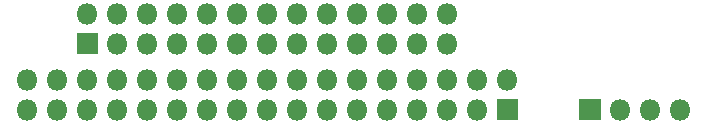
<source format=gbr>
G04 #@! TF.GenerationSoftware,KiCad,Pcbnew,(5.1.9)-1*
G04 #@! TF.CreationDate,2021-04-29T19:17:25+01:00*
G04 #@! TF.ProjectId,Roctec 26-pin to Gotek Adapter,526f6374-6563-4203-9236-2d70696e2074,rev?*
G04 #@! TF.SameCoordinates,Original*
G04 #@! TF.FileFunction,Soldermask,Top*
G04 #@! TF.FilePolarity,Negative*
%FSLAX46Y46*%
G04 Gerber Fmt 4.6, Leading zero omitted, Abs format (unit mm)*
G04 Created by KiCad (PCBNEW (5.1.9)-1) date 2021-04-29 19:17:25*
%MOMM*%
%LPD*%
G01*
G04 APERTURE LIST*
%ADD10O,1.802000X1.802000*%
G04 APERTURE END LIST*
G36*
G01*
X150075000Y-116471000D02*
X148375000Y-116471000D01*
G75*
G02*
X148324000Y-116420000I0J51000D01*
G01*
X148324000Y-114720000D01*
G75*
G02*
X148375000Y-114669000I51000J0D01*
G01*
X150075000Y-114669000D01*
G75*
G02*
X150126000Y-114720000I0J-51000D01*
G01*
X150126000Y-116420000D01*
G75*
G02*
X150075000Y-116471000I-51000J0D01*
G01*
G37*
D10*
X151765000Y-115570000D03*
X154305000Y-115570000D03*
X156845000Y-115570000D03*
X101600000Y-113030000D03*
X101600000Y-115570000D03*
X104140000Y-113030000D03*
X104140000Y-115570000D03*
X106680000Y-113030000D03*
X106680000Y-115570000D03*
X109220000Y-113030000D03*
X109220000Y-115570000D03*
X111760000Y-113030000D03*
X111760000Y-115570000D03*
X114300000Y-113030000D03*
X114300000Y-115570000D03*
X116840000Y-113030000D03*
X116840000Y-115570000D03*
X119380000Y-113030000D03*
X119380000Y-115570000D03*
X121920000Y-113030000D03*
X121920000Y-115570000D03*
X124460000Y-113030000D03*
X124460000Y-115570000D03*
X127000000Y-113030000D03*
X127000000Y-115570000D03*
X129540000Y-113030000D03*
X129540000Y-115570000D03*
X132080000Y-113030000D03*
X132080000Y-115570000D03*
X134620000Y-113030000D03*
X134620000Y-115570000D03*
X137160000Y-113030000D03*
X137160000Y-115570000D03*
X139700000Y-113030000D03*
X139700000Y-115570000D03*
X142240000Y-113030000D03*
G36*
G01*
X141390000Y-114669000D02*
X143090000Y-114669000D01*
G75*
G02*
X143141000Y-114720000I0J-51000D01*
G01*
X143141000Y-116420000D01*
G75*
G02*
X143090000Y-116471000I-51000J0D01*
G01*
X141390000Y-116471000D01*
G75*
G02*
X141339000Y-116420000I0J51000D01*
G01*
X141339000Y-114720000D01*
G75*
G02*
X141390000Y-114669000I51000J0D01*
G01*
G37*
X137160000Y-107442000D03*
X137160000Y-109982000D03*
X134620000Y-107442000D03*
X134620000Y-109982000D03*
X132080000Y-107442000D03*
X132080000Y-109982000D03*
X129540000Y-107442000D03*
X129540000Y-109982000D03*
X127000000Y-107442000D03*
X127000000Y-109982000D03*
X124460000Y-107442000D03*
X124460000Y-109982000D03*
X121920000Y-107442000D03*
X121920000Y-109982000D03*
X119380000Y-107442000D03*
X119380000Y-109982000D03*
X116840000Y-107442000D03*
X116840000Y-109982000D03*
X114300000Y-107442000D03*
X114300000Y-109982000D03*
X111760000Y-107442000D03*
X111760000Y-109982000D03*
X109220000Y-107442000D03*
X109220000Y-109982000D03*
X106680000Y-107442000D03*
G36*
G01*
X107530000Y-110883000D02*
X105830000Y-110883000D01*
G75*
G02*
X105779000Y-110832000I0J51000D01*
G01*
X105779000Y-109132000D01*
G75*
G02*
X105830000Y-109081000I51000J0D01*
G01*
X107530000Y-109081000D01*
G75*
G02*
X107581000Y-109132000I0J-51000D01*
G01*
X107581000Y-110832000D01*
G75*
G02*
X107530000Y-110883000I-51000J0D01*
G01*
G37*
M02*

</source>
